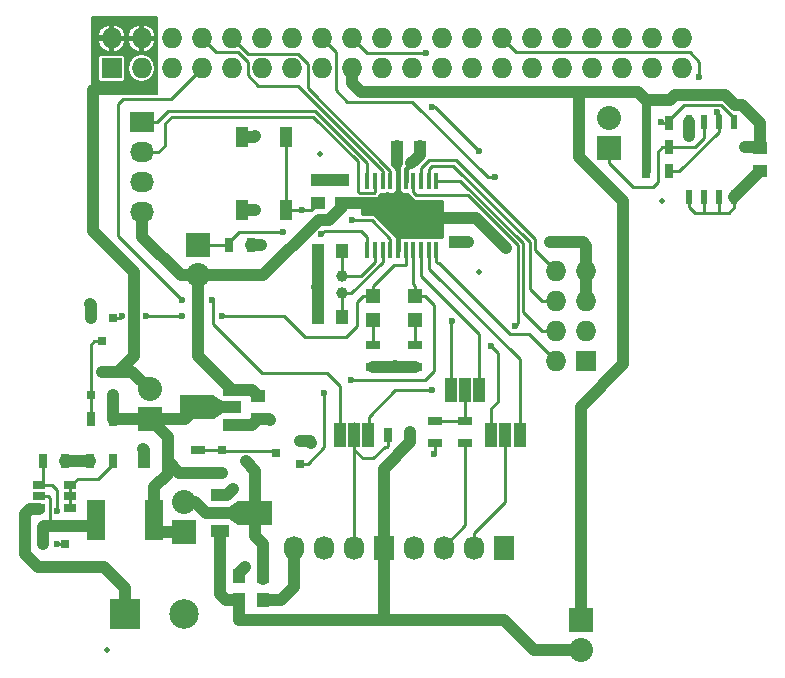
<source format=gtl>
G04 #@! TF.FileFunction,Copper,L1,Top,Signal*
%FSLAX46Y46*%
G04 Gerber Fmt 4.6, Leading zero omitted, Abs format (unit mm)*
G04 Created by KiCad (PCBNEW 4.0.2+e4-6225~38~ubuntu15.04.1-stable) date Tue 25 Oct 2016 21:09:19 ACDT*
%MOMM*%
G01*
G04 APERTURE LIST*
%ADD10C,0.100000*%
%ADD11R,1.250000X1.000000*%
%ADD12R,1.000000X1.250000*%
%ADD13R,1.198880X1.198880*%
%ADD14R,1.600000X3.500000*%
%ADD15R,1.727200X1.727200*%
%ADD16O,1.727200X1.727200*%
%ADD17R,1.000000X2.000000*%
%ADD18R,2.500000X2.500000*%
%ADD19C,2.500000*%
%ADD20R,1.727200X2.032000*%
%ADD21O,1.727200X2.032000*%
%ADD22R,2.032000X1.727200*%
%ADD23O,2.032000X1.727200*%
%ADD24R,2.032000X2.032000*%
%ADD25O,2.032000X2.032000*%
%ADD26R,0.800100X0.800100*%
%ADD27R,0.700000X1.300000*%
%ADD28R,1.300000X0.700000*%
%ADD29R,1.100000X1.800000*%
%ADD30R,0.508000X1.143000*%
%ADD31R,1.000760X0.690880*%
%ADD32R,1.501140X1.000760*%
%ADD33R,2.999740X1.998980*%
%ADD34R,0.450000X1.450000*%
%ADD35C,1.000760*%
%ADD36C,0.500000*%
%ADD37C,0.600000*%
%ADD38C,1.000000*%
%ADD39C,0.750000*%
%ADD40C,0.250000*%
%ADD41C,0.400000*%
%ADD42C,0.200000*%
%ADD43C,0.500000*%
G04 APERTURE END LIST*
D10*
D11*
X153228000Y-71482000D03*
X153228000Y-73482000D03*
D12*
X111144000Y-107760000D03*
X109144000Y-107760000D03*
X109144000Y-109792000D03*
X111144000Y-109792000D03*
X103116000Y-98044000D03*
X101116000Y-98044000D03*
D11*
X115832000Y-74184000D03*
X115832000Y-76184000D03*
X110768000Y-92472000D03*
X110768000Y-94472000D03*
D12*
X117848000Y-80264000D03*
X115848000Y-80264000D03*
X117848000Y-85852000D03*
X115848000Y-85852000D03*
D11*
X117864000Y-76184000D03*
X117864000Y-74184000D03*
X127516000Y-77466000D03*
X127516000Y-79466000D03*
D12*
X122500000Y-71500000D03*
X124500000Y-71500000D03*
D13*
X120528000Y-84010980D03*
X120528000Y-86109020D03*
X124084000Y-84010980D03*
X124084000Y-86109020D03*
D14*
X97061600Y-103000000D03*
X101938400Y-103000000D03*
D15*
X98371100Y-64773600D03*
D16*
X98371100Y-62233600D03*
X100911100Y-64773600D03*
X100911100Y-62233600D03*
X103451100Y-64773600D03*
X103451100Y-62233600D03*
X105991100Y-64773600D03*
X105991100Y-62233600D03*
X108531100Y-64773600D03*
X108531100Y-62233600D03*
X111071100Y-64773600D03*
X111071100Y-62233600D03*
X113611100Y-64773600D03*
X113611100Y-62233600D03*
X116151100Y-64773600D03*
X116151100Y-62233600D03*
X118691100Y-64773600D03*
X118691100Y-62233600D03*
X121231100Y-64773600D03*
X121231100Y-62233600D03*
X123771100Y-64773600D03*
X123771100Y-62233600D03*
X126311100Y-64773600D03*
X126311100Y-62233600D03*
X128851100Y-64773600D03*
X128851100Y-62233600D03*
X131391100Y-64773600D03*
X131391100Y-62233600D03*
X133931100Y-64773600D03*
X133931100Y-62233600D03*
X136471100Y-64773600D03*
X136471100Y-62233600D03*
X139011100Y-64773600D03*
X139011100Y-62233600D03*
X141551100Y-64773600D03*
X141551100Y-62233600D03*
X144091100Y-64773600D03*
X144091100Y-62233600D03*
X146631100Y-64773600D03*
X146631100Y-62233600D03*
D17*
X117700000Y-95800000D03*
X118900000Y-95800000D03*
X120100000Y-95800000D03*
D18*
X99500000Y-111000000D03*
D19*
X104500000Y-111000000D03*
D20*
X121420000Y-105410000D03*
D21*
X118880000Y-105410000D03*
X116340000Y-105410000D03*
X113800000Y-105410000D03*
D20*
X131580000Y-105410000D03*
D21*
X129040000Y-105410000D03*
X126500000Y-105410000D03*
X123960000Y-105410000D03*
D22*
X100972000Y-69338000D03*
D23*
X100972000Y-71878000D03*
X100972000Y-74418000D03*
X100972000Y-76958000D03*
D17*
X130500000Y-95800000D03*
X131700000Y-95800000D03*
X132900000Y-95800000D03*
X127100000Y-92000000D03*
X128300000Y-92000000D03*
X129500000Y-92000000D03*
D24*
X140500000Y-71540000D03*
D25*
X140500000Y-69000000D03*
D24*
X105672000Y-79756000D03*
D25*
X105672000Y-82296000D03*
D15*
X138540000Y-89540000D03*
D16*
X136000000Y-89540000D03*
X138540000Y-87000000D03*
X136000000Y-87000000D03*
X138540000Y-84460000D03*
X136000000Y-84460000D03*
X138540000Y-81920000D03*
X136000000Y-81920000D03*
D26*
X94450000Y-104999240D03*
X92550000Y-104999240D03*
X93500000Y-106998220D03*
X96594000Y-92440760D03*
X98494000Y-92440760D03*
X97544000Y-90441780D03*
X98494000Y-85867240D03*
X96594000Y-85867240D03*
X97544000Y-87866220D03*
X107719240Y-97094000D03*
X107719240Y-98994000D03*
X109718220Y-98044000D03*
X114308000Y-98260000D03*
X114308000Y-96360000D03*
X112309020Y-97310000D03*
D27*
X143642000Y-71466000D03*
X145542000Y-71466000D03*
X143642000Y-73498000D03*
X145542000Y-73498000D03*
X143642000Y-69434000D03*
X145542000Y-69434000D03*
X96550000Y-98000000D03*
X98450000Y-98000000D03*
X94450000Y-98000000D03*
X92550000Y-98000000D03*
X98494000Y-94488000D03*
X96594000Y-94488000D03*
X123650000Y-95850000D03*
X121750000Y-95850000D03*
D28*
X128300000Y-94596000D03*
X128300000Y-96496000D03*
X125760000Y-94596000D03*
X125760000Y-96496000D03*
D27*
X108278000Y-79756000D03*
X110178000Y-79756000D03*
D28*
X120528000Y-88174000D03*
X120528000Y-90074000D03*
X105672000Y-98994000D03*
X105672000Y-97094000D03*
X124084000Y-88174000D03*
X124084000Y-90074000D03*
D29*
X113110000Y-70560000D03*
X113110000Y-76760000D03*
X109410000Y-70560000D03*
X109410000Y-76760000D03*
D30*
X147259000Y-69307000D03*
X148529000Y-69307000D03*
X149799000Y-69307000D03*
X151069000Y-69307000D03*
X151069000Y-75657000D03*
X149799000Y-75657000D03*
X148529000Y-75657000D03*
X147259000Y-75657000D03*
D31*
X94800480Y-101949960D03*
X94800480Y-101000000D03*
X94800480Y-100050040D03*
X92199520Y-100050040D03*
X92199520Y-101000000D03*
X92199520Y-101949960D03*
D32*
X108539660Y-94973140D03*
X108539660Y-93472000D03*
X108539660Y-91970860D03*
D33*
X105588180Y-93472000D03*
D10*
G36*
X107062650Y-92471240D02*
X107811950Y-92971620D01*
X107811950Y-93972380D01*
X107062650Y-94472760D01*
X107062650Y-92471240D01*
X107062650Y-92471240D01*
G37*
D34*
X120019000Y-80166000D03*
X120669000Y-80166000D03*
X121319000Y-80166000D03*
X121969000Y-80166000D03*
X122619000Y-80166000D03*
X123269000Y-80166000D03*
X123919000Y-80166000D03*
X124569000Y-80166000D03*
X125219000Y-80166000D03*
X125869000Y-80166000D03*
X125869000Y-74266000D03*
X125219000Y-74266000D03*
X124569000Y-74266000D03*
X123919000Y-74266000D03*
X123269000Y-74266000D03*
X122619000Y-74266000D03*
X121969000Y-74266000D03*
X121319000Y-74266000D03*
X120669000Y-74266000D03*
X120019000Y-74266000D03*
D32*
X107570000Y-100894860D03*
X107570000Y-102396000D03*
X107570000Y-103897140D03*
D33*
X110521480Y-102396000D03*
D10*
G36*
X109047010Y-103396760D02*
X108297710Y-102896380D01*
X108297710Y-101895620D01*
X109047010Y-101395240D01*
X109047010Y-103396760D01*
X109047010Y-103396760D01*
G37*
D35*
X117864000Y-83820000D03*
X117864000Y-82321400D03*
D24*
X104500000Y-104000000D03*
D25*
X104500000Y-101460000D03*
D24*
X101608000Y-94488000D03*
D25*
X101608000Y-91948000D03*
D24*
X138100000Y-111460000D03*
D25*
X138100000Y-114000000D03*
D36*
X98000000Y-114000000D03*
X145000000Y-76000000D03*
X129500000Y-82000000D03*
X116000000Y-72000000D03*
D37*
X152000000Y-71400000D03*
X147259000Y-70459000D03*
X123740851Y-72791607D03*
X125700000Y-97400000D03*
X108650000Y-100400000D03*
X152200000Y-74526000D03*
X128500000Y-79500000D03*
X116750000Y-74250000D03*
X110500000Y-70500000D03*
X110500000Y-76750000D03*
X111000000Y-79750000D03*
X115750000Y-83250000D03*
X122350000Y-89950000D03*
X109650000Y-107000000D03*
X115250000Y-96450000D03*
X96500000Y-84750000D03*
X95500000Y-98000000D03*
X111750000Y-94500000D03*
X101000000Y-97000000D03*
X111150000Y-106750000D03*
X114500000Y-76760000D03*
X118700000Y-77600000D03*
X131750000Y-80000000D03*
X135500000Y-79500000D03*
X107708101Y-85728445D03*
X104300000Y-85704026D03*
X101300000Y-85704026D03*
X99249990Y-85704026D03*
X116364558Y-92231747D03*
X118604292Y-91176626D03*
X104300000Y-84400000D03*
X106900000Y-84400000D03*
X130813203Y-73960171D03*
X130500000Y-88250000D03*
X127188259Y-86137088D03*
X125000000Y-63500000D03*
X125500000Y-68000000D03*
X129500000Y-71750000D03*
X144900000Y-69350000D03*
X148100000Y-65500000D03*
X149650000Y-68475010D03*
X125500000Y-92000000D03*
X132500000Y-86600000D03*
X112900000Y-78600000D03*
X116097287Y-78816941D03*
X93750000Y-102250000D03*
X93750000Y-105000000D03*
D38*
X137900000Y-66750000D02*
X137900000Y-72232002D01*
X141700009Y-89799991D02*
X138100000Y-93400000D01*
X137900000Y-72232002D02*
X141700009Y-76032011D01*
X141700009Y-76032011D02*
X141700009Y-89799991D01*
X138100000Y-93400000D02*
X138100000Y-111460000D01*
X137900000Y-66750000D02*
X142908000Y-66750000D01*
X119446186Y-66750000D02*
X137900000Y-66750000D01*
X151146240Y-67900000D02*
X151747502Y-67900000D01*
X151747502Y-67900000D02*
X153228000Y-69380498D01*
X153228000Y-69380498D02*
X153228000Y-69982000D01*
X150271231Y-67024991D02*
X151146240Y-67900000D01*
X145616000Y-67484000D02*
X146075010Y-67024990D01*
X146075010Y-67024990D02*
X150271231Y-67024991D01*
X143642000Y-67484000D02*
X145616000Y-67484000D01*
X153228000Y-71482000D02*
X153228000Y-69982000D01*
X143182990Y-67024990D02*
X142908000Y-66750000D01*
X142908000Y-66750000D02*
X143642000Y-67484000D01*
D39*
X143642000Y-67484000D02*
X143642000Y-69434000D01*
D38*
X118691100Y-64773600D02*
X118691100Y-65994914D01*
X118691100Y-65994914D02*
X119446186Y-66750000D01*
X152000000Y-71400000D02*
X153146000Y-71400000D01*
X153146000Y-71400000D02*
X153228000Y-71482000D01*
X147259000Y-69307000D02*
X147259000Y-70459000D01*
D39*
X143642000Y-71466000D02*
X143642000Y-73498000D01*
X143642000Y-69434000D02*
X143642000Y-71466000D01*
D38*
X124497062Y-71359111D02*
X124497062Y-72003383D01*
X124497062Y-72003383D02*
X124467771Y-72032674D01*
X124040850Y-72491608D02*
X123740851Y-72791607D01*
X124467771Y-72064687D02*
X124040850Y-72491608D01*
X124467771Y-72032674D02*
X124467771Y-72064687D01*
D40*
X125760000Y-96496000D02*
X125760000Y-97340000D01*
X125760000Y-97340000D02*
X125700000Y-97400000D01*
D38*
X124472674Y-72032674D02*
X124467771Y-72032674D01*
X124500000Y-72060000D02*
X124472674Y-72032674D01*
X108539660Y-94973140D02*
X110266860Y-94973140D01*
X110266860Y-94973140D02*
X110768000Y-94472000D01*
D40*
X125760000Y-96340000D02*
X125700000Y-96400000D01*
D38*
X113800000Y-108700000D02*
X112708000Y-109792000D01*
X112708000Y-109792000D02*
X111144000Y-109792000D01*
X113800000Y-105410000D02*
X113800000Y-108700000D01*
D40*
X107570000Y-100894860D02*
X108155140Y-100894860D01*
D38*
X108155140Y-100894860D02*
X108650000Y-100400000D01*
D40*
X147780500Y-77000000D02*
X148600000Y-77000000D01*
X148600000Y-77000000D02*
X149800000Y-77000000D01*
X148529000Y-75657000D02*
X148529000Y-76929000D01*
X148529000Y-76929000D02*
X148600000Y-77000000D01*
X149800000Y-77000000D02*
X150600000Y-77000000D01*
X149799000Y-75657000D02*
X149799000Y-76999000D01*
X149799000Y-76999000D02*
X149800000Y-77000000D01*
X150600000Y-77000000D02*
X151069000Y-76531000D01*
X151069000Y-76531000D02*
X151069000Y-75657000D01*
X147259000Y-75657000D02*
X147259000Y-76478500D01*
X147259000Y-76478500D02*
X147780500Y-77000000D01*
D38*
X152200000Y-74526000D02*
X151069000Y-75657000D01*
X153228000Y-73498000D02*
X152200000Y-74526000D01*
D41*
X123269000Y-74266000D02*
X123269000Y-73291000D01*
X123269000Y-73291000D02*
X124500000Y-72060000D01*
D38*
X153228000Y-73482000D02*
X153228000Y-73498000D01*
X127516000Y-79466000D02*
X128466000Y-79466000D01*
X128466000Y-79466000D02*
X128500000Y-79500000D01*
X117864000Y-74184000D02*
X116816000Y-74184000D01*
X116816000Y-74184000D02*
X116750000Y-74250000D01*
X115832000Y-74184000D02*
X116684000Y-74184000D01*
X116684000Y-74184000D02*
X116750000Y-74250000D01*
X109410000Y-70560000D02*
X110440000Y-70560000D01*
X110440000Y-70560000D02*
X110500000Y-70500000D01*
X109410000Y-76760000D02*
X110490000Y-76760000D01*
X110490000Y-76760000D02*
X110500000Y-76750000D01*
X110178000Y-79756000D02*
X110994000Y-79756000D01*
X110994000Y-79756000D02*
X111000000Y-79750000D01*
X115848000Y-80264000D02*
X115848000Y-83152000D01*
X115848000Y-83152000D02*
X115750000Y-83250000D01*
X115848000Y-85852000D02*
X115848000Y-83348000D01*
X115848000Y-83348000D02*
X115750000Y-83250000D01*
X124084000Y-90074000D02*
X122474000Y-90074000D01*
X122474000Y-90074000D02*
X122350000Y-89950000D01*
X120528000Y-90074000D02*
X122226000Y-90074000D01*
X122226000Y-90074000D02*
X122350000Y-89950000D01*
X109144000Y-107760000D02*
X109144000Y-107506000D01*
X109144000Y-107506000D02*
X109650000Y-107000000D01*
X114308000Y-96360000D02*
X115160000Y-96360000D01*
X115160000Y-96360000D02*
X115250000Y-96450000D01*
X96594000Y-85867240D02*
X96594000Y-84844000D01*
X96594000Y-84844000D02*
X96500000Y-84750000D01*
X95500000Y-98000000D02*
X96550000Y-98000000D01*
X94450000Y-98000000D02*
X95500000Y-98000000D01*
X110768000Y-94472000D02*
X111722000Y-94472000D01*
X111722000Y-94472000D02*
X111750000Y-94500000D01*
X101116000Y-98044000D02*
X101116000Y-97116000D01*
X101116000Y-97116000D02*
X101000000Y-97000000D01*
D40*
X100972000Y-74418000D02*
X101124400Y-74418000D01*
X101124400Y-74418000D02*
X101292400Y-74250000D01*
D38*
X110521480Y-102396000D02*
X110521480Y-104395490D01*
X110521480Y-104395490D02*
X111150000Y-105024010D01*
X111150000Y-105024010D02*
X111150000Y-106240000D01*
X110521480Y-102396000D02*
X107570000Y-102396000D01*
X110521480Y-102396000D02*
X110521480Y-98847260D01*
X110521480Y-98847260D02*
X109718220Y-98044000D01*
X104500000Y-101460000D02*
X105460000Y-101460000D01*
X105460000Y-101460000D02*
X106396000Y-102396000D01*
X106396000Y-102396000D02*
X107570000Y-102396000D01*
X111187990Y-106543990D02*
X111144000Y-106500000D01*
X108820000Y-102396000D02*
X108707999Y-102283999D01*
X111150000Y-108000000D02*
X111150000Y-106240000D01*
X108820000Y-102396000D02*
X109922360Y-102396000D01*
X121420000Y-105410000D02*
X121420000Y-98680000D01*
X121420000Y-98680000D02*
X123667626Y-96432374D01*
X123667626Y-96432374D02*
X123667626Y-95515573D01*
X107570000Y-103897140D02*
X107570000Y-109278000D01*
X107570000Y-109278000D02*
X108084000Y-109792000D01*
X108084000Y-109792000D02*
X109144000Y-109792000D01*
X121509641Y-111458291D02*
X109185291Y-111458291D01*
X109185291Y-111458291D02*
X109144000Y-111417000D01*
X131556854Y-111458291D02*
X121509641Y-111458291D01*
X121509641Y-111458291D02*
X121420000Y-111368650D01*
X121371650Y-111417000D02*
X121420000Y-111368650D01*
X121420000Y-111368650D02*
X121420000Y-105410000D01*
X138100000Y-114000000D02*
X134098563Y-114000000D01*
X134098563Y-114000000D02*
X131556854Y-111458291D01*
X109144000Y-109792000D02*
X109144000Y-111417000D01*
X121354000Y-105344000D02*
X121420000Y-105410000D01*
X101938400Y-103000000D02*
X101938400Y-100250000D01*
X101938400Y-100250000D02*
X103116000Y-99072400D01*
X103116000Y-99072400D02*
X103116000Y-98044000D01*
X101938400Y-103000000D02*
X101938400Y-103454400D01*
X101938400Y-103454400D02*
X102484000Y-104000000D01*
X102484000Y-104000000D02*
X104500000Y-104000000D01*
X108539660Y-93472000D02*
X107437300Y-93472000D01*
X105588180Y-93472000D02*
X108539660Y-93472000D01*
X101608000Y-94488000D02*
X104572180Y-94488000D01*
X104572180Y-94488000D02*
X105588180Y-93472000D01*
X98494000Y-94488000D02*
X98494000Y-92440760D01*
X101608000Y-94488000D02*
X98494000Y-94488000D01*
X101608000Y-94488000D02*
X103116000Y-95996000D01*
X103116000Y-95996000D02*
X103116000Y-98044000D01*
X105672000Y-98994000D02*
X104066000Y-98994000D01*
X104066000Y-98994000D02*
X103116000Y-98044000D01*
X105672000Y-98994000D02*
X107719240Y-98994000D01*
D40*
X113110000Y-76760000D02*
X114500000Y-76760000D01*
X114500000Y-76760000D02*
X115256000Y-76760000D01*
X120378000Y-77600000D02*
X118700000Y-77600000D01*
X121969000Y-80166000D02*
X121969000Y-79191000D01*
X121969000Y-79191000D02*
X120378000Y-77600000D01*
X113110000Y-76760000D02*
X113110000Y-70560000D01*
X115256000Y-76760000D02*
X115832000Y-76184000D01*
X115957000Y-76184000D02*
X115832000Y-76184000D01*
D38*
X127516000Y-77466000D02*
X126034000Y-77466000D01*
X122486649Y-71359111D02*
X122500000Y-71372462D01*
X122500000Y-71372462D02*
X122500000Y-72500000D01*
X138540000Y-81920000D02*
X138540000Y-84460000D01*
X129216000Y-77466000D02*
X131750000Y-80000000D01*
X127516000Y-77466000D02*
X129216000Y-77466000D01*
X138250000Y-79500000D02*
X138540000Y-79790000D01*
X138540000Y-79790000D02*
X138540000Y-81920000D01*
X135500000Y-79500000D02*
X138250000Y-79500000D01*
X105672000Y-82296000D02*
X111204000Y-82296000D01*
X111204000Y-82296000D02*
X115900000Y-77600000D01*
X115900000Y-77600000D02*
X116801002Y-77600000D01*
X116801002Y-77600000D02*
X117864000Y-76537002D01*
X117864000Y-76537002D02*
X117864000Y-76184000D01*
X105672000Y-82296000D02*
X105672000Y-89103200D01*
X105672000Y-89103200D02*
X106000000Y-89431200D01*
X105672000Y-82296000D02*
X104235160Y-82296000D01*
X104235160Y-82296000D02*
X100972000Y-79032840D01*
X100972000Y-79032840D02*
X100972000Y-78821600D01*
X100972000Y-78821600D02*
X100972000Y-76958000D01*
X108539660Y-91970860D02*
X110266860Y-91970860D01*
X110266860Y-91970860D02*
X110768000Y-92472000D01*
D41*
X122619000Y-80166000D02*
X122619000Y-77855998D01*
X122600000Y-74812998D02*
X122600000Y-75300000D01*
X122619000Y-74266000D02*
X122619000Y-74869000D01*
X122619000Y-74266000D02*
X122619000Y-72959999D01*
D38*
X106000000Y-89431200D02*
X108539660Y-91970860D01*
X117864000Y-76184000D02*
X119750000Y-76184000D01*
X119750000Y-76184000D02*
X121991000Y-76184000D01*
D40*
X117864000Y-82321400D02*
X119488600Y-82321400D01*
X119488600Y-82321400D02*
X120669000Y-81141000D01*
X120669000Y-81141000D02*
X120669000Y-80166000D01*
X117864000Y-82321400D02*
X117864000Y-80280000D01*
X117864000Y-80280000D02*
X117848000Y-80264000D01*
X117864000Y-83820000D02*
X118640000Y-83820000D01*
X118640000Y-83820000D02*
X121319000Y-81141000D01*
X121319000Y-81141000D02*
X121319000Y-80166000D01*
X117848000Y-85852000D02*
X117848000Y-83836000D01*
X117848000Y-83836000D02*
X117864000Y-83820000D01*
X120528000Y-84010980D02*
X119678560Y-84010980D01*
X119678560Y-84010980D02*
X119100000Y-84589540D01*
X119100000Y-84589540D02*
X119100000Y-86589540D01*
X119100000Y-86589540D02*
X118189540Y-87500000D01*
X118189540Y-87500000D02*
X114750000Y-87500000D01*
X114750000Y-87500000D02*
X112978445Y-85728445D01*
X112978445Y-85728445D02*
X107708101Y-85728445D01*
X104300000Y-85704026D02*
X101300000Y-85704026D01*
X120528000Y-84010980D02*
X120528000Y-83161540D01*
X120528000Y-83161540D02*
X122258540Y-81431000D01*
X122258540Y-81431000D02*
X123269000Y-81431000D01*
X123269000Y-80166000D02*
X123269000Y-81431000D01*
X98494000Y-85867240D02*
X99086776Y-85867240D01*
X99086776Y-85867240D02*
X99249990Y-85704026D01*
X120528000Y-88174000D02*
X120528000Y-86109020D01*
X116364558Y-92656011D02*
X116364558Y-92231747D01*
X116364558Y-96853492D02*
X116364558Y-92656011D01*
X114958050Y-98260000D02*
X116364558Y-96853492D01*
X114308000Y-98260000D02*
X114958050Y-98260000D01*
X119028556Y-91176626D02*
X118604292Y-91176626D01*
X125700000Y-90400000D02*
X124923374Y-91176626D01*
X124933440Y-84010980D02*
X125700000Y-84777540D01*
X124084000Y-84010980D02*
X124933440Y-84010980D01*
X124923374Y-91176626D02*
X119028556Y-91176626D01*
X125700000Y-84777540D02*
X125700000Y-90400000D01*
X124084000Y-84010980D02*
X124084000Y-83161540D01*
X123919000Y-82996540D02*
X123919000Y-81141000D01*
X123919000Y-81141000D02*
X123919000Y-80166000D01*
X124084000Y-83161540D02*
X123919000Y-82996540D01*
X123719000Y-83645980D02*
X124084000Y-84010980D01*
X124084000Y-88174000D02*
X124084000Y-86109020D01*
X92949900Y-101000000D02*
X92199520Y-101000000D01*
X92550000Y-103599190D02*
X93124999Y-103024191D01*
X93124999Y-103024191D02*
X93124999Y-101175099D01*
X93124999Y-101175099D02*
X92949900Y-101000000D01*
D38*
X97061600Y-103000000D02*
X96561600Y-103500000D01*
X96561600Y-103500000D02*
X92649190Y-103500000D01*
X92649190Y-103500000D02*
X92550000Y-103599190D01*
X92550000Y-103599190D02*
X92550000Y-104999240D01*
X96807499Y-78557499D02*
X96807499Y-66592501D01*
D42*
X97149786Y-62233600D02*
X96807499Y-62575887D01*
X96807499Y-62575887D02*
X96807499Y-66592501D01*
D43*
X98371100Y-62233600D02*
X97149786Y-62233600D01*
D38*
X98944050Y-90441780D02*
X100250000Y-89135830D01*
X100250000Y-89135830D02*
X100250000Y-82000000D01*
X100250000Y-82000000D02*
X96807499Y-78557499D01*
X97544000Y-90441780D02*
X98944050Y-90441780D01*
X97544000Y-90441780D02*
X100101780Y-90441780D01*
X100101780Y-90441780D02*
X101608000Y-91948000D01*
D40*
X106900000Y-84400000D02*
X106912409Y-84412409D01*
X106912409Y-84412409D02*
X106912409Y-86412409D01*
X117700000Y-95777708D02*
X117715265Y-95792973D01*
X106912409Y-86412409D02*
X111100000Y-90600000D01*
X111100000Y-90600000D02*
X116600000Y-90600000D01*
X116600000Y-90600000D02*
X117700000Y-91700000D01*
X117700000Y-91700000D02*
X117700000Y-95777708D01*
X104300000Y-84400000D02*
X98900000Y-79000000D01*
X98900000Y-67800000D02*
X99300000Y-67400000D01*
X98900000Y-79000000D02*
X98900000Y-67800000D01*
X99300000Y-67400000D02*
X103364700Y-67400000D01*
X103364700Y-67400000D02*
X105991100Y-64773600D01*
X110788370Y-66250000D02*
X114105851Y-66250000D01*
X121319000Y-73463149D02*
X121319000Y-74266000D01*
X114105851Y-66250000D02*
X121319000Y-73463149D01*
X105991100Y-62233600D02*
X107179701Y-63422201D01*
X107179701Y-63422201D02*
X109083291Y-63422201D01*
X109083291Y-63422201D02*
X109882499Y-64221409D01*
X109882499Y-64221409D02*
X109882499Y-65344129D01*
X109882499Y-65344129D02*
X110788370Y-66250000D01*
X108531100Y-62233600D02*
X109882499Y-63584999D01*
X109882499Y-63584999D02*
X114181629Y-63584999D01*
X114181629Y-63584999D02*
X114962499Y-64365869D01*
X114962499Y-64365869D02*
X114962499Y-66470238D01*
X114962499Y-66470238D02*
X121969000Y-73476739D01*
X121969000Y-73476739D02*
X121969000Y-74266000D01*
X130471038Y-95792973D02*
X130471038Y-93578962D01*
X130471038Y-93578962D02*
X131100000Y-92950000D01*
X131100000Y-92950000D02*
X131100000Y-88850000D01*
X131100000Y-88850000D02*
X130500000Y-88250000D01*
X130388939Y-73960171D02*
X130813203Y-73960171D01*
X130193072Y-73960171D02*
X130388939Y-73960171D01*
X118325010Y-67575010D02*
X123807911Y-67575010D01*
X117339701Y-66589701D02*
X118325010Y-67575010D01*
X123807911Y-67575010D02*
X130193072Y-73960171D01*
X117339701Y-63422201D02*
X117339701Y-66589701D01*
X116151100Y-62233600D02*
X117339701Y-63422201D01*
X130499816Y-88250184D02*
X130500000Y-88250000D01*
X127100000Y-91400000D02*
X127124793Y-91375207D01*
X127124793Y-91375207D02*
X127124793Y-86200554D01*
X127124793Y-86200554D02*
X127188259Y-86137088D01*
X125000000Y-63500000D02*
X119957500Y-63500000D01*
X119957500Y-63500000D02*
X118691100Y-62233600D01*
X129500000Y-71750000D02*
X125750000Y-68000000D01*
X125750000Y-68000000D02*
X125500000Y-68000000D01*
X145542000Y-69434000D02*
X144984000Y-69434000D01*
X144984000Y-69434000D02*
X144900000Y-69350000D01*
X146826000Y-67850000D02*
X149929500Y-67850000D01*
X149929500Y-67850000D02*
X151069000Y-68989500D01*
X151069000Y-68989500D02*
X151069000Y-69307000D01*
X145542000Y-69434000D02*
X145542000Y-69134000D01*
X145542000Y-69134000D02*
X146826000Y-67850000D01*
X148100000Y-64200000D02*
X148100000Y-65500000D01*
X147322201Y-63422201D02*
X148100000Y-64200000D01*
X131391100Y-62233600D02*
X132579701Y-63422201D01*
X132579701Y-63422201D02*
X147322201Y-63422201D01*
X145542000Y-73498000D02*
X146429500Y-73498000D01*
X146429500Y-73498000D02*
X149799000Y-70128500D01*
X149799000Y-70128500D02*
X149799000Y-69307000D01*
X149799000Y-69307000D02*
X149799000Y-68624010D01*
X149799000Y-68624010D02*
X149650000Y-68475010D01*
X118900000Y-95800000D02*
X118900000Y-105390000D01*
X118900000Y-105390000D02*
X118880000Y-105410000D01*
X118880000Y-94820000D02*
X118900000Y-94800000D01*
X121500000Y-96800000D02*
X121700000Y-96800000D01*
X121700000Y-96800000D02*
X121750000Y-96750000D01*
X121750000Y-96750000D02*
X121750000Y-95850000D01*
X120500000Y-97800000D02*
X121500000Y-96800000D01*
X119650000Y-97800000D02*
X120500000Y-97800000D01*
X118900000Y-95800000D02*
X118900000Y-97050000D01*
X118900000Y-97050000D02*
X119650000Y-97800000D01*
X118880000Y-105410000D02*
X118880000Y-105257600D01*
X132750000Y-86350000D02*
X132500000Y-86600000D01*
X132750000Y-79750000D02*
X132750000Y-86350000D01*
X128500000Y-75500000D02*
X132750000Y-79750000D01*
X123919000Y-75241000D02*
X124178000Y-75500000D01*
X123919000Y-74266000D02*
X123919000Y-75241000D01*
X124178000Y-75500000D02*
X128500000Y-75500000D01*
X125500000Y-92000000D02*
X122400000Y-92000000D01*
X122400000Y-92000000D02*
X120117698Y-94282302D01*
X120117698Y-94282302D02*
X120117698Y-95707172D01*
D38*
X93500000Y-106998220D02*
X92099950Y-106998220D01*
X91000000Y-105898270D02*
X91000000Y-102500000D01*
X92099950Y-106998220D02*
X91000000Y-105898270D01*
X91000000Y-102500000D02*
X91454559Y-102045441D01*
X91454559Y-102045441D02*
X92199520Y-102045441D01*
X99500000Y-111000000D02*
X99500000Y-108750000D01*
X99500000Y-108750000D02*
X97748220Y-106998220D01*
X97748220Y-106998220D02*
X93500000Y-106998220D01*
D40*
X129040000Y-105410000D02*
X129040000Y-104144000D01*
X129040000Y-104144000D02*
X131700000Y-101484000D01*
X131700000Y-101484000D02*
X131700000Y-97050000D01*
X131700000Y-97050000D02*
X131700000Y-95800000D01*
X131700000Y-96050000D02*
X131650000Y-96050000D01*
X129040000Y-105410000D02*
X129040000Y-105257600D01*
X128300000Y-103457600D02*
X128300000Y-96496000D01*
X126500000Y-105410000D02*
X126500000Y-105257600D01*
X126500000Y-105257600D02*
X128300000Y-103457600D01*
X115600000Y-68400000D02*
X103176000Y-68400000D01*
X103176000Y-68400000D02*
X102238000Y-69338000D01*
X102238000Y-69338000D02*
X100972000Y-69338000D01*
X120019000Y-72819000D02*
X115600000Y-68400000D01*
X120019000Y-74266000D02*
X120019000Y-72819000D01*
X120669000Y-74266000D02*
X120669000Y-75241000D01*
X120669000Y-75241000D02*
X120551010Y-75358990D01*
X102900000Y-71300000D02*
X102322000Y-71878000D01*
X120551010Y-75358990D02*
X119358990Y-75358990D01*
X119358990Y-75358990D02*
X119200000Y-75200000D01*
X119200000Y-72636410D02*
X115413600Y-68850010D01*
X103449990Y-68850010D02*
X102900000Y-69400000D01*
X102322000Y-71878000D02*
X100972000Y-71878000D01*
X119200000Y-75200000D02*
X119200000Y-72636410D01*
X115413600Y-68850010D02*
X103449990Y-68850010D01*
X102900000Y-69400000D02*
X102900000Y-71300000D01*
X132930672Y-95707172D02*
X132900000Y-95676500D01*
X132900000Y-95676500D02*
X132900000Y-89400000D01*
X132900000Y-89400000D02*
X125219000Y-81719000D01*
X125219000Y-81719000D02*
X125219000Y-80166000D01*
X128300000Y-94596000D02*
X128300000Y-92000000D01*
X125760000Y-94596000D02*
X126660000Y-94596000D01*
X126660000Y-94596000D02*
X128300000Y-94596000D01*
X129500000Y-91400000D02*
X129500000Y-87250000D01*
X129500000Y-87250000D02*
X124569000Y-82319000D01*
X124569000Y-82319000D02*
X124569000Y-80166000D01*
X144200000Y-74800000D02*
X142494000Y-74800000D01*
X142494000Y-74800000D02*
X140500000Y-72806000D01*
X140500000Y-72806000D02*
X140500000Y-71540000D01*
X144592000Y-74408000D02*
X144200000Y-74800000D01*
X144592000Y-71816000D02*
X144592000Y-74408000D01*
X147734000Y-71466000D02*
X148529000Y-70671000D01*
X148529000Y-70671000D02*
X148529000Y-69307000D01*
X145542000Y-71466000D02*
X147734000Y-71466000D01*
X148529000Y-69624500D02*
X148529000Y-69307000D01*
X145542000Y-71466000D02*
X144942000Y-71466000D01*
X144942000Y-71466000D02*
X144592000Y-71816000D01*
X112900000Y-78600000D02*
X109237319Y-78600000D01*
X109237319Y-78600000D02*
X109236738Y-78599419D01*
X109236738Y-78599419D02*
X109134581Y-78599419D01*
X109134581Y-78599419D02*
X108278000Y-79456000D01*
X108278000Y-79456000D02*
X108278000Y-79756000D01*
X119500000Y-78500000D02*
X116414228Y-78500000D01*
X116414228Y-78500000D02*
X116097287Y-78816941D01*
X108278000Y-79756000D02*
X107678000Y-79756000D01*
X107678000Y-79756000D02*
X105672000Y-79756000D01*
X120019000Y-79019000D02*
X119500000Y-78500000D01*
X120019000Y-80166000D02*
X120019000Y-79019000D01*
X125200010Y-72549990D02*
X124569000Y-73181000D01*
X124569000Y-73181000D02*
X124569000Y-74266000D01*
X134200010Y-79200010D02*
X127549990Y-72549990D01*
X127549990Y-72549990D02*
X125200010Y-72549990D01*
X136000000Y-81920000D02*
X134200010Y-80120010D01*
X134200010Y-80120010D02*
X134200010Y-79200010D01*
X127272818Y-73000000D02*
X125500000Y-73000000D01*
X125500000Y-73000000D02*
X125219000Y-73281000D01*
X125219000Y-73281000D02*
X125219000Y-73291000D01*
X125219000Y-73291000D02*
X125219000Y-74266000D01*
X133750000Y-83431314D02*
X133750000Y-79477182D01*
X133750000Y-79477182D02*
X127272818Y-73000000D01*
X136000000Y-84460000D02*
X134778686Y-84460000D01*
X134778686Y-84460000D02*
X133750000Y-83431314D01*
X133200009Y-79563599D02*
X127902410Y-74266000D01*
X136000000Y-87000000D02*
X134778686Y-87000000D01*
X127902410Y-74266000D02*
X125869000Y-74266000D01*
X134778686Y-87000000D02*
X133200010Y-85421324D01*
X133200010Y-85421324D02*
X133200009Y-79563599D01*
X125869000Y-80166000D02*
X125869000Y-81141000D01*
X125869000Y-81141000D02*
X125978000Y-81250000D01*
X125978000Y-81250000D02*
X126124990Y-81250000D01*
X126124990Y-81250000D02*
X132124990Y-87250000D01*
X132124990Y-87250000D02*
X133710000Y-87250000D01*
X133710000Y-87250000D02*
X136000000Y-89540000D01*
X93750000Y-100500000D02*
X93300040Y-100050040D01*
X93300040Y-100050040D02*
X92199520Y-100050040D01*
X93750000Y-102250000D02*
X93750000Y-100500000D01*
X94450000Y-104999240D02*
X93750760Y-104999240D01*
X93750760Y-104999240D02*
X93750000Y-105000000D01*
X92550000Y-98000000D02*
X92550000Y-99699560D01*
X92550000Y-99699560D02*
X92199520Y-100050040D01*
X96594000Y-92440760D02*
X96594000Y-88166170D01*
X96594000Y-88166170D02*
X96893950Y-87866220D01*
X96893950Y-87866220D02*
X97544000Y-87866220D01*
X96594000Y-94488000D02*
X96594000Y-92440760D01*
X107719240Y-97094000D02*
X107772891Y-97147651D01*
X112146671Y-97147651D02*
X112309020Y-97310000D01*
X107772891Y-97147651D02*
X112146671Y-97147651D01*
X105672000Y-97094000D02*
X107719240Y-97094000D01*
X94800480Y-101000000D02*
X94800480Y-101949960D01*
X94800480Y-100050040D02*
X94800480Y-101000000D01*
X95500000Y-99500000D02*
X97250000Y-99500000D01*
X97250000Y-99500000D02*
X98450000Y-98300000D01*
X98450000Y-98300000D02*
X98450000Y-98000000D01*
X94949960Y-100050040D02*
X95500000Y-99500000D01*
X94800480Y-100050040D02*
X94949960Y-100050040D01*
D42*
G36*
X102200000Y-66900000D02*
X96700000Y-66900000D01*
X96700000Y-64209408D01*
X96725538Y-64147906D01*
X96725745Y-63910000D01*
X97201623Y-63910000D01*
X97201623Y-65637200D01*
X97222542Y-65748373D01*
X97288245Y-65850479D01*
X97388497Y-65918978D01*
X97507500Y-65943077D01*
X99234700Y-65943077D01*
X99345873Y-65922158D01*
X99447979Y-65856455D01*
X99516478Y-65756203D01*
X99540577Y-65637200D01*
X99540577Y-64750804D01*
X99747500Y-64750804D01*
X99747500Y-64796396D01*
X99836074Y-65241686D01*
X100088311Y-65619185D01*
X100465810Y-65871422D01*
X100911100Y-65959996D01*
X101356390Y-65871422D01*
X101733889Y-65619185D01*
X101986126Y-65241686D01*
X102074700Y-64796396D01*
X102074700Y-64750804D01*
X101986126Y-64305514D01*
X101733889Y-63928015D01*
X101356390Y-63675778D01*
X100911100Y-63587204D01*
X100465810Y-63675778D01*
X100088311Y-63928015D01*
X99836074Y-64305514D01*
X99747500Y-64750804D01*
X99540577Y-64750804D01*
X99540577Y-63910000D01*
X99519658Y-63798827D01*
X99453955Y-63696721D01*
X99353703Y-63628222D01*
X99234700Y-63604123D01*
X97507500Y-63604123D01*
X97396327Y-63625042D01*
X97294221Y-63690745D01*
X97225722Y-63790997D01*
X97201623Y-63910000D01*
X96725745Y-63910000D01*
X96726658Y-62864922D01*
X96700000Y-62800405D01*
X96700000Y-62570149D01*
X97205084Y-62570149D01*
X97422633Y-62990746D01*
X97784578Y-63296074D01*
X98034554Y-63399602D01*
X98221100Y-63349665D01*
X98221100Y-62383600D01*
X98521100Y-62383600D01*
X98521100Y-63349665D01*
X98707646Y-63399602D01*
X98957622Y-63296074D01*
X99319567Y-62990746D01*
X99537116Y-62570149D01*
X99745084Y-62570149D01*
X99962633Y-62990746D01*
X100324578Y-63296074D01*
X100574554Y-63399602D01*
X100761100Y-63349665D01*
X100761100Y-62383600D01*
X101061100Y-62383600D01*
X101061100Y-63349665D01*
X101247646Y-63399602D01*
X101497622Y-63296074D01*
X101859567Y-62990746D01*
X102077116Y-62570149D01*
X102027908Y-62383600D01*
X101061100Y-62383600D01*
X100761100Y-62383600D01*
X99794292Y-62383600D01*
X99745084Y-62570149D01*
X99537116Y-62570149D01*
X99487908Y-62383600D01*
X98521100Y-62383600D01*
X98221100Y-62383600D01*
X97254292Y-62383600D01*
X97205084Y-62570149D01*
X96700000Y-62570149D01*
X96700000Y-61897051D01*
X97205084Y-61897051D01*
X97254292Y-62083600D01*
X98221100Y-62083600D01*
X98221100Y-61117535D01*
X98521100Y-61117535D01*
X98521100Y-62083600D01*
X99487908Y-62083600D01*
X99537116Y-61897051D01*
X99745084Y-61897051D01*
X99794292Y-62083600D01*
X100761100Y-62083600D01*
X100761100Y-61117535D01*
X101061100Y-61117535D01*
X101061100Y-62083600D01*
X102027908Y-62083600D01*
X102077116Y-61897051D01*
X101859567Y-61476454D01*
X101497622Y-61171126D01*
X101247646Y-61067598D01*
X101061100Y-61117535D01*
X100761100Y-61117535D01*
X100574554Y-61067598D01*
X100324578Y-61171126D01*
X99962633Y-61476454D01*
X99745084Y-61897051D01*
X99537116Y-61897051D01*
X99319567Y-61476454D01*
X98957622Y-61171126D01*
X98707646Y-61067598D01*
X98521100Y-61117535D01*
X98221100Y-61117535D01*
X98034554Y-61067598D01*
X97784578Y-61171126D01*
X97422633Y-61476454D01*
X97205084Y-61897051D01*
X96700000Y-61897051D01*
X96700000Y-60400000D01*
X102200000Y-60400000D01*
X102200000Y-66900000D01*
X102200000Y-66900000D01*
G37*
X102200000Y-66900000D02*
X96700000Y-66900000D01*
X96700000Y-64209408D01*
X96725538Y-64147906D01*
X96725745Y-63910000D01*
X97201623Y-63910000D01*
X97201623Y-65637200D01*
X97222542Y-65748373D01*
X97288245Y-65850479D01*
X97388497Y-65918978D01*
X97507500Y-65943077D01*
X99234700Y-65943077D01*
X99345873Y-65922158D01*
X99447979Y-65856455D01*
X99516478Y-65756203D01*
X99540577Y-65637200D01*
X99540577Y-64750804D01*
X99747500Y-64750804D01*
X99747500Y-64796396D01*
X99836074Y-65241686D01*
X100088311Y-65619185D01*
X100465810Y-65871422D01*
X100911100Y-65959996D01*
X101356390Y-65871422D01*
X101733889Y-65619185D01*
X101986126Y-65241686D01*
X102074700Y-64796396D01*
X102074700Y-64750804D01*
X101986126Y-64305514D01*
X101733889Y-63928015D01*
X101356390Y-63675778D01*
X100911100Y-63587204D01*
X100465810Y-63675778D01*
X100088311Y-63928015D01*
X99836074Y-64305514D01*
X99747500Y-64750804D01*
X99540577Y-64750804D01*
X99540577Y-63910000D01*
X99519658Y-63798827D01*
X99453955Y-63696721D01*
X99353703Y-63628222D01*
X99234700Y-63604123D01*
X97507500Y-63604123D01*
X97396327Y-63625042D01*
X97294221Y-63690745D01*
X97225722Y-63790997D01*
X97201623Y-63910000D01*
X96725745Y-63910000D01*
X96726658Y-62864922D01*
X96700000Y-62800405D01*
X96700000Y-62570149D01*
X97205084Y-62570149D01*
X97422633Y-62990746D01*
X97784578Y-63296074D01*
X98034554Y-63399602D01*
X98221100Y-63349665D01*
X98221100Y-62383600D01*
X98521100Y-62383600D01*
X98521100Y-63349665D01*
X98707646Y-63399602D01*
X98957622Y-63296074D01*
X99319567Y-62990746D01*
X99537116Y-62570149D01*
X99745084Y-62570149D01*
X99962633Y-62990746D01*
X100324578Y-63296074D01*
X100574554Y-63399602D01*
X100761100Y-63349665D01*
X100761100Y-62383600D01*
X101061100Y-62383600D01*
X101061100Y-63349665D01*
X101247646Y-63399602D01*
X101497622Y-63296074D01*
X101859567Y-62990746D01*
X102077116Y-62570149D01*
X102027908Y-62383600D01*
X101061100Y-62383600D01*
X100761100Y-62383600D01*
X99794292Y-62383600D01*
X99745084Y-62570149D01*
X99537116Y-62570149D01*
X99487908Y-62383600D01*
X98521100Y-62383600D01*
X98221100Y-62383600D01*
X97254292Y-62383600D01*
X97205084Y-62570149D01*
X96700000Y-62570149D01*
X96700000Y-61897051D01*
X97205084Y-61897051D01*
X97254292Y-62083600D01*
X98221100Y-62083600D01*
X98221100Y-61117535D01*
X98521100Y-61117535D01*
X98521100Y-62083600D01*
X99487908Y-62083600D01*
X99537116Y-61897051D01*
X99745084Y-61897051D01*
X99794292Y-62083600D01*
X100761100Y-62083600D01*
X100761100Y-61117535D01*
X101061100Y-61117535D01*
X101061100Y-62083600D01*
X102027908Y-62083600D01*
X102077116Y-61897051D01*
X101859567Y-61476454D01*
X101497622Y-61171126D01*
X101247646Y-61067598D01*
X101061100Y-61117535D01*
X100761100Y-61117535D01*
X100574554Y-61067598D01*
X100324578Y-61171126D01*
X99962633Y-61476454D01*
X99745084Y-61897051D01*
X99537116Y-61897051D01*
X99319567Y-61476454D01*
X98957622Y-61171126D01*
X98707646Y-61067598D01*
X98521100Y-61117535D01*
X98221100Y-61117535D01*
X98034554Y-61067598D01*
X97784578Y-61171126D01*
X97422633Y-61476454D01*
X97205084Y-61897051D01*
X96700000Y-61897051D01*
X96700000Y-60400000D01*
X102200000Y-60400000D01*
X102200000Y-66900000D01*
D40*
G36*
X122875000Y-72745616D02*
X122865852Y-72791607D01*
X122875000Y-72837598D01*
X122875000Y-72871828D01*
X122862414Y-72884414D01*
X122737769Y-73070957D01*
X122694000Y-73291000D01*
X122694000Y-73388993D01*
X122691777Y-73392246D01*
X122661654Y-73541000D01*
X122661654Y-74991000D01*
X122687802Y-75129966D01*
X122769931Y-75257599D01*
X122895246Y-75343223D01*
X123044000Y-75373346D01*
X123445325Y-75373346D01*
X123457060Y-75432342D01*
X123565447Y-75594553D01*
X123824446Y-75853553D01*
X123986658Y-75961940D01*
X124178000Y-76000000D01*
X126375000Y-76000000D01*
X126375000Y-79075000D01*
X126174720Y-79075000D01*
X126094000Y-79058654D01*
X125644000Y-79058654D01*
X125557128Y-79075000D01*
X125524719Y-79075000D01*
X125444000Y-79058654D01*
X124994000Y-79058654D01*
X124907128Y-79075000D01*
X124874719Y-79075000D01*
X124794000Y-79058654D01*
X124344000Y-79058654D01*
X124257128Y-79075000D01*
X124224719Y-79075000D01*
X124144000Y-79058654D01*
X123694000Y-79058654D01*
X123607128Y-79075000D01*
X123574719Y-79075000D01*
X123494000Y-79058654D01*
X123044000Y-79058654D01*
X122957128Y-79075000D01*
X122445926Y-79075000D01*
X122430940Y-78999658D01*
X122408450Y-78966000D01*
X122322554Y-78837447D01*
X120731553Y-77246447D01*
X120569342Y-77138060D01*
X120378000Y-77100000D01*
X119525000Y-77100000D01*
X119525000Y-75858990D01*
X120551010Y-75858990D01*
X120742352Y-75820930D01*
X120904563Y-75712543D01*
X121022553Y-75594553D01*
X121130940Y-75432342D01*
X121142675Y-75373346D01*
X121544000Y-75373346D01*
X121647671Y-75353839D01*
X121744000Y-75373346D01*
X122194000Y-75373346D01*
X122332966Y-75347198D01*
X122460599Y-75265069D01*
X122546223Y-75139754D01*
X122576346Y-74991000D01*
X122576346Y-73541000D01*
X122550198Y-73402034D01*
X122468069Y-73274401D01*
X122386228Y-73218482D01*
X122363724Y-73184802D01*
X122322554Y-73123186D01*
X122125000Y-72925632D01*
X122125000Y-72525000D01*
X122875000Y-72525000D01*
X122875000Y-72745616D01*
X122875000Y-72745616D01*
G37*
X122875000Y-72745616D02*
X122865852Y-72791607D01*
X122875000Y-72837598D01*
X122875000Y-72871828D01*
X122862414Y-72884414D01*
X122737769Y-73070957D01*
X122694000Y-73291000D01*
X122694000Y-73388993D01*
X122691777Y-73392246D01*
X122661654Y-73541000D01*
X122661654Y-74991000D01*
X122687802Y-75129966D01*
X122769931Y-75257599D01*
X122895246Y-75343223D01*
X123044000Y-75373346D01*
X123445325Y-75373346D01*
X123457060Y-75432342D01*
X123565447Y-75594553D01*
X123824446Y-75853553D01*
X123986658Y-75961940D01*
X124178000Y-76000000D01*
X126375000Y-76000000D01*
X126375000Y-79075000D01*
X126174720Y-79075000D01*
X126094000Y-79058654D01*
X125644000Y-79058654D01*
X125557128Y-79075000D01*
X125524719Y-79075000D01*
X125444000Y-79058654D01*
X124994000Y-79058654D01*
X124907128Y-79075000D01*
X124874719Y-79075000D01*
X124794000Y-79058654D01*
X124344000Y-79058654D01*
X124257128Y-79075000D01*
X124224719Y-79075000D01*
X124144000Y-79058654D01*
X123694000Y-79058654D01*
X123607128Y-79075000D01*
X123574719Y-79075000D01*
X123494000Y-79058654D01*
X123044000Y-79058654D01*
X122957128Y-79075000D01*
X122445926Y-79075000D01*
X122430940Y-78999658D01*
X122408450Y-78966000D01*
X122322554Y-78837447D01*
X120731553Y-77246447D01*
X120569342Y-77138060D01*
X120378000Y-77100000D01*
X119525000Y-77100000D01*
X119525000Y-75858990D01*
X120551010Y-75858990D01*
X120742352Y-75820930D01*
X120904563Y-75712543D01*
X121022553Y-75594553D01*
X121130940Y-75432342D01*
X121142675Y-75373346D01*
X121544000Y-75373346D01*
X121647671Y-75353839D01*
X121744000Y-75373346D01*
X122194000Y-75373346D01*
X122332966Y-75347198D01*
X122460599Y-75265069D01*
X122546223Y-75139754D01*
X122576346Y-74991000D01*
X122576346Y-73541000D01*
X122550198Y-73402034D01*
X122468069Y-73274401D01*
X122386228Y-73218482D01*
X122363724Y-73184802D01*
X122322554Y-73123186D01*
X122125000Y-72925632D01*
X122125000Y-72525000D01*
X122875000Y-72525000D01*
X122875000Y-72745616D01*
M02*

</source>
